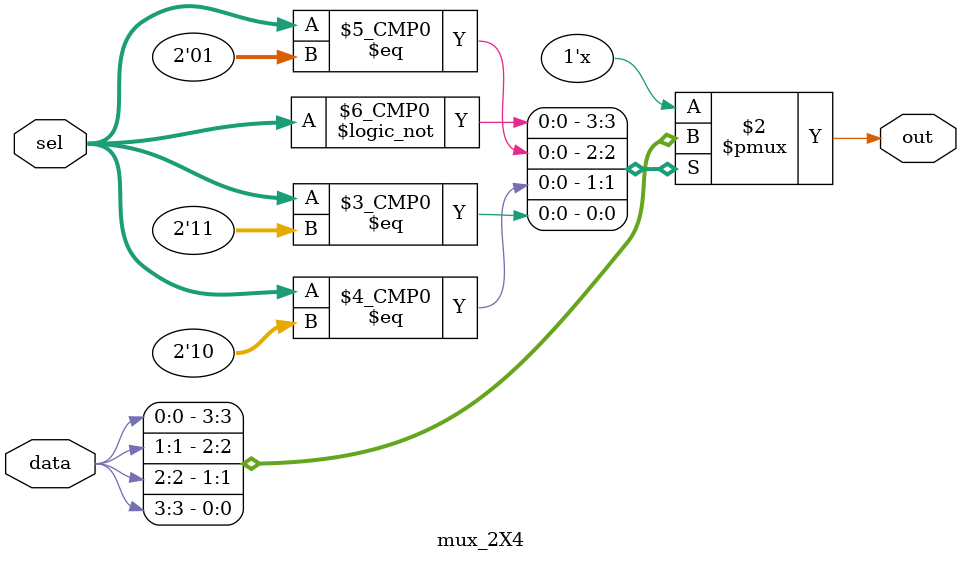
<source format=v>
module mux_2X4 (
    input wire [3:0] data,  
    input wire [1:0] sel,  
    output reg out         
);

always @(*) begin
    case (sel)
        2'b00 : out = data[0];
        2'b01 : out = data[1];
        2'b10 : out = data[2];
        2'b11 : out = data[3];
        default: out = 1'b0;
    endcase
end

endmodule

</source>
